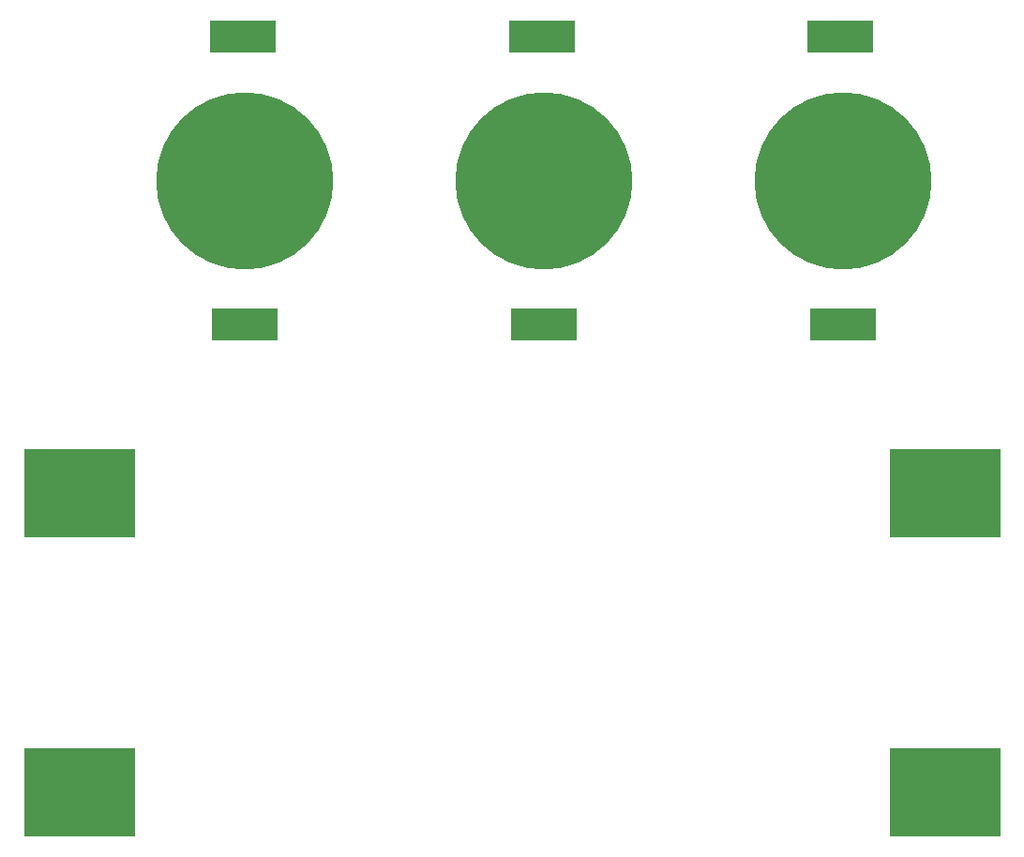
<source format=gbp>
G04 #@! TF.GenerationSoftware,KiCad,Pcbnew,no-vcs-found*
G04 #@! TF.CreationDate,2017-01-05T13:18:46+01:00*
G04 #@! TF.ProjectId,ESP32-HELP-Button-pan,45535033322D48454C502D427574746F,rev?*
G04 #@! TF.FileFunction,Paste,Bot*
G04 #@! TF.FilePolarity,Positive*
%FSLAX46Y46*%
G04 Gerber Fmt 4.6, Leading zero omitted, Abs format (unit mm)*
G04 Created by KiCad (PCBNEW no-vcs-found) date Thu Jan  5 13:18:46 2017*
%MOMM*%
%LPD*%
G01*
G04 APERTURE LIST*
%ADD10C,0.100000*%
%ADD11R,6.000000X3.000000*%
%ADD12C,16.000000*%
%ADD13R,10.000000X8.000000*%
G04 APERTURE END LIST*
D10*
D11*
X112773131Y-86432039D03*
X112973131Y-112432039D03*
D12*
X112973131Y-99432039D03*
D11*
X85773131Y-86432039D03*
X85973131Y-112432039D03*
D12*
X85973131Y-99432039D03*
D13*
X44075000Y-127674000D03*
X122175000Y-127674000D03*
D12*
X58973131Y-99432039D03*
D11*
X58973131Y-112432039D03*
X58773131Y-86432039D03*
D13*
X122175000Y-154674000D03*
X44075000Y-154674000D03*
M02*

</source>
